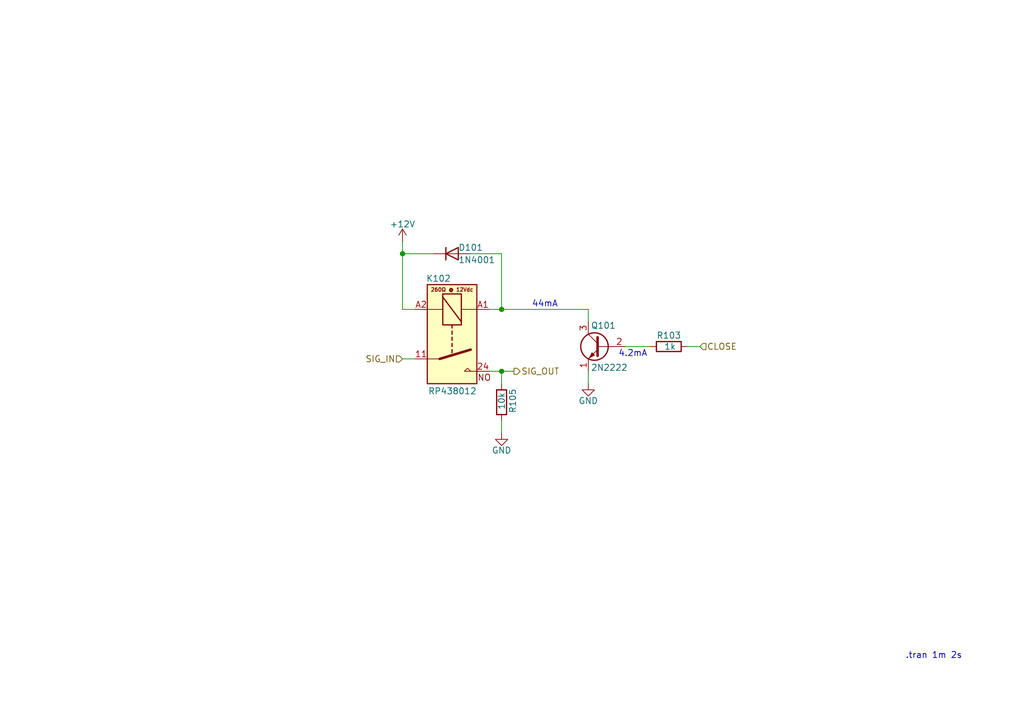
<source format=kicad_sch>
(kicad_sch (version 20250114) (generator "eeschema") (generator_version "9.0")
  (paper "A5")
  (title_block (title "Relay_Driver - Proof of concept") (date "2025-09-06") (rev "1.0.alpha") (comment 1 "Copyright (c) 2025 by Filip Pynckels & Robin Pynckels"))
  (lib_symbols
    (symbol "Device:D" (pin_numbers (hide yes)) (pin_names (offset 1.016) (hide yes))
      (property "Reference" "D" (at 0 2.54 0))
      (property "Value" "D" (at 0 -2.54 0))
      (symbol "D_0_1"
        (polyline (pts (xy -1.27 1.27) (xy -1.27 -1.27)) (stroke (width 0.254)))
        (polyline (pts (xy 1.27 1.27) (xy 1.27 -1.27) (xy -1.27 0) (xy 1.27 1.27)) (stroke (width 0.254)))
        (polyline (pts (xy 1.27 0) (xy -1.27 0)))
      )
      (symbol "D_1_1"
        (pin passive line (at -3.81 0 0) (length 2.54) (name "K") (number "1"))
        (pin passive line (at 3.81 0 180) (length 2.54) (name "A") (number "2"))
      )
    )
    (symbol "Device:R" (pin_numbers (hide yes)) (pin_names (offset 0))
      (property "Reference" "R" (at 2.032 0 90))
      (property "Value" "R" (at 0 0 90))
      (symbol "R_0_1"
        (rectangle (start -1.016 -2.54) (end 1.016 2.54) (stroke (width 0.254)))
      )
      (symbol "R_1_1"
        (pin passive line (at 0 3.81 270) (length 1.27) (name "~") (number "1"))
        (pin passive line (at 0 -3.81 90) (length 1.27) (name "~") (number "2"))
      )
    )
    (symbol "RP438012:RP438012-1A"
      (property "Reference" "K" (at -5.334 11.43 0))
      (property "Value" "RP438012-1A" (at -0.254 -11.684 0))
      (symbol "RP438012-1A_0_0"
        (polyline (pts (xy 5.08 -7.62) (xy 2.54 -7.62) (xy 3.175 -6.985) (xy 3.81 -7.62)))
      )
      (symbol "RP438012-1A_0_1"
        (polyline (pts (xy -5.08 5.08) (xy -1.905 5.08)))
        (polyline (pts (xy -2.54 -5.08) (xy -5.08 -5.08)))
        (polyline (pts (xy -2.54 -5.08) (xy 3.81 -3.175)) (stroke (width 0.508)))
        (polyline (pts (xy -1.905 7.62) (xy 1.905 2.54)) (stroke (width 0.254)))
        (polyline (pts (xy 0 1.905) (xy 0 1.27)) (stroke (width 0.254)))
        (polyline (pts (xy 0 0.635) (xy 0 0)) (stroke (width 0.254)))
        (polyline (pts (xy 0 -0.635) (xy 0 -1.27)) (stroke (width 0.254)))
        (polyline (pts (xy 0 -1.905) (xy 0 -2.54)) (stroke (width 0.254)))
        (polyline (pts (xy 0 -3.175) (xy 0 -3.81)) (stroke (width 0.254)))
        (rectangle (start 1.905 8.255) (end -1.905 1.905) (stroke (width 0.254)))
        (rectangle (start 5.08 10.16) (end -5.08 -10.16) (stroke (width 0.254)) (fill (type background)))
        (polyline (pts (xy 5.08 5.08) (xy 1.905 5.08)))
      )
      (symbol "RP438012-1A_1_1"
        (pin passive line (at -7.62 5.08 0) (length 2.54) (name "~") (number "A2"))
        (pin passive line (at -7.62 -5.08 0) (length 2.54) (name "~") (number "11"))
        (pin passive line (at 7.62 5.08 180) (length 2.54) (name "~") (number "A1"))
        (pin passive line (at 7.62 -7.62 180) (length 2.54) (name "~") (number "24"))
      )
    )
    (symbol "Transistor_BJT:2N3904" (pin_names (offset 0) (hide yes))
      (property "Reference" "Q" (at 5.08 1.905 0))
      (property "Value" "2N3904" (at 5.08 0 0))
      (symbol "2N3904_0_1"
        (polyline (pts (xy -2.54 0) (xy 0.635 0)))
        (polyline (pts (xy 0.635 1.905) (xy 0.635 -1.905)) (stroke (width 0.508)))
        (circle (center 1.27 0) (radius 2.8194) (stroke (width 0.254)))
      )
      (symbol "2N3904_1_1"
        (polyline (pts (xy 0.635 0.635) (xy 2.54 2.54)))
        (polyline (pts (xy 0.635 -0.635) (xy 2.54 -2.54)))
        (polyline (pts (xy 1.27 -1.778) (xy 1.778 -1.27) (xy 2.286 -2.286) (xy 1.27 -1.778)) (fill (type outline)))
        (pin input line (at -5.08 0 0) (length 2.54) (name "B") (number "2"))
        (pin passive line (at 2.54 5.08 270) (length 2.54) (name "C") (number "3"))
        (pin passive line (at 2.54 -5.08 90) (length 2.54) (name "E") (number "1"))
      )
    )
    (symbol "power:+12V" (power) (pin_numbers (hide yes)) (pin_names (offset 0) (hide yes))
      (property "Value" "+12V" (at 0 3.556 0))
      (symbol "+12V_0_1"
        (polyline (pts (xy -0.762 1.27) (xy 0 2.54)))
        (polyline (pts (xy 0 2.54) (xy 0.762 1.27)))
        (polyline (pts (xy 0 0) (xy 0 2.54)))
      )
      (symbol "+12V_1_1"
        (pin power_in line (at 0 0 90) (length 0) (name "~") (number "1"))
      )
    )
    (symbol "power:GND" (power) (pin_numbers (hide yes)) (pin_names (offset 0) (hide yes))
      (property "Value" "GND" (at 0 -3.81 0))
      (symbol "GND_0_1"
        (polyline (pts (xy 0 0) (xy 0 -1.27) (xy 1.27 -1.27) (xy 0 -2.54) (xy -1.27 -1.27) (xy 0 -1.27)))
      )
      (symbol "GND_1_1"
        (pin power_in line (at 0 0 270) (length 0) (name "~") (number "1"))
      )
    )
  )
  (text "4.2mA" (at 129.794 72.644 0) (effects (font (size 1.27 1.27))))
  (text "260Ω @ 12Vdc" (at 92.71 59.69 0) (effects (font (size 0.762 0.762))))
  (text ".tran 1m 2s\n" (at 185.674 134.62 0) (effects (font (size 1.27 1.27)) (justify left)))
  (text "NO" (at 99.314 77.724 0) (effects (font (size 1.27 1.27))))
  (text "44mA" (at 111.76 62.484 0) (effects (font (size 1.27 1.27))))
  (junction (at 82.55 52.07))
  (junction (at 102.87 76.2))
  (junction (at 102.87 63.5))
  (wire (pts (xy 102.87 63.5) (xy 120.65 63.5)))
  (wire (pts (xy 102.87 52.07) (xy 102.87 63.5)))
  (wire (pts (xy 102.87 86.36) (xy 102.87 88.9)))
  (wire (pts (xy 82.55 49.53) (xy 82.55 52.07)))
  (wire (pts (xy 102.87 76.2) (xy 102.87 78.74)))
  (wire (pts (xy 102.87 63.5) (xy 100.33 63.5)))
  (wire (pts (xy 82.55 73.66) (xy 85.09 73.66)))
  (wire (pts (xy 143.51 71.12) (xy 140.97 71.12)))
  (wire (pts (xy 82.55 52.07) (xy 82.55 63.5)))
  (wire (pts (xy 96.52 52.07) (xy 102.87 52.07)))
  (wire (pts (xy 120.65 63.5) (xy 120.65 66.04)))
  (wire (pts (xy 100.33 76.2) (xy 102.87 76.2)))
  (wire (pts (xy 102.87 76.2) (xy 105.41 76.2)))
  (wire (pts (xy 88.9 52.07) (xy 82.55 52.07)))
  (wire (pts (xy 120.65 76.2) (xy 120.65 78.74)))
  (wire (pts (xy 82.55 63.5) (xy 85.09 63.5)))
  (wire (pts (xy 133.35 71.12) (xy 128.27 71.12)))
  (hierarchical_label "SIG_IN" (shape input) (at 82.55 73.66 180))
  (hierarchical_label "SIG_OUT" (shape output) (at 105.41 76.2 0))
  (hierarchical_label "CLOSE" (shape input) (at 143.51 71.12 0))
  (symbol (lib_id "power:GND") (at 102.87 88.9 0) (unit 1)
    (property "Reference" "#PWR0110" (effects (hide yes)))
    (property "Value" "GND" (at 102.87 91.694 0) (effects (justify top)))
    (property "Description" "Power symbol creates a global label with name \"GND\" , ground" (effects (hide yes)))
  )
  (symbol (lib_id "RP438012:RP438012-1A") (at 92.71 68.58 0) (unit 1)
    (property "Reference" "K102" (at 87.376 57.15 0) (effects (justify left)))
    (property "Value" "RP438012" (at 97.79 80.264 0) (effects (justify right)))
    (property "Footprint" "Relay_THT:Relay_SPST_Omron_G2RL-1A" (effects (hide yes)))
    (property "Datasheet" "http://www.omron.com/ecb/products/pdf/en-g5le.pdf" (effects (hide yes)))
    (property "Description" "General Purpose SPST, Normally Open, Coil 12V 44mA, Switching 250VAC 12A" (effects (hide yes)))
    (property "Sim.Library" "G5LE-1/G5LE-1.spice" (effects (hide yes)))
    (property "Sim.Name" "G5LE" (effects (hide yes)))
    (property "Sim.Device" "SUBCKT" (effects (hide yes)))
    (property "Sim.Pins" "1=com 2=coil+ 3=no 4=nc 5=coil-" (effects (hide yes)))
  )
  (symbol (lib_id "Device:R") (at 102.87 82.55 0) (unit 1)
    (property "Reference" "R105" (at 105.156 84.836 90) (effects (justify left)))
    (property "Value" "10k" (at 102.87 82.296 90))
    (property "Footprint" "Resistor_THT:R_Axial_DIN0207_L6.3mm_D2.5mm_P7.62mm_Horizontal" (effects (hide yes)))
    (property "Description" "Resistor" (effects (hide yes)))
  )
  (symbol (lib_id "power:+12V") (at 82.55 49.53 0) (unit 1)
    (property "Reference" "#PWR0102" (effects (hide yes)))
    (property "Value" "+12V" (at 82.55 46.736 0) (effects (justify bottom)))
    (property "Description" "Power symbol creates a global label with name \"+12V\"" (effects (hide yes)))
  )
  (symbol (lib_id "Transistor_BJT:2N3904") (at 123.19 71.12 0) (mirror y) (unit 1)
    (property "Reference" "Q101" (at 121.158 66.802 0) (effects (justify right)))
    (property "Value" "2N2222" (at 121.158 75.438 0) (effects (justify right)))
    (property "Footprint" "Package_TO_SOT_THT:TO-92_Inline" (effects (hide yes)))
    (property "Datasheet" "https://www.onsemi.com/pub/Collateral/2N3903-D.PDF" (effects (hide yes)))
    (property "Description" "0.2A Ic, 40V Vce, Small Signal NPN Transistor, TO-92" (effects (hide yes)))
    (property "Sim.Device" "NPN" (effects (hide yes)))
    (property "Sim.Type" "VBIC" (effects (hide yes)))
    (property "Sim.Pins" "1=C 2=B 3=E" (effects (hide yes)))
  )
  (symbol (lib_id "Device:R") (at 137.16 71.12 270) (mirror x) (unit 1)
    (property "Reference" "R103" (at 134.62 68.834 90) (effects (justify left)))
    (property "Value" "1k" (at 137.414 71.12 90))
    (property "Footprint" "Resistor_THT:R_Axial_DIN0207_L6.3mm_D2.5mm_P7.62mm_Horizontal" (effects (hide yes)))
    (property "Description" "Resistor" (effects (hide yes)))
  )
  (symbol (lib_id "Device:D") (at 92.71 52.07 0) (unit 1)
    (property "Reference" "D101" (at 93.98 50.8 0) (effects (justify left)))
    (property "Value" "1N4001" (at 93.98 53.34 0) (effects (justify left)))
    (property "Description" "Diode" (effects (hide yes)))
    (property "Sim.Device" "D" (effects (hide yes)))
    (property "Sim.Pins" "1=K 2=A" (effects (hide yes)))
  )
  (symbol (lib_id "power:GND") (at 120.65 78.74 0) (unit 1)
    (property "Reference" "#PWR08501" (effects (hide yes)))
    (property "Value" "GND" (at 120.65 81.534 0) (effects (justify top)))
    (property "Description" "Power symbol creates a global label with name \"GND\" , ground" (effects (hide yes)))
  )
)
</source>
